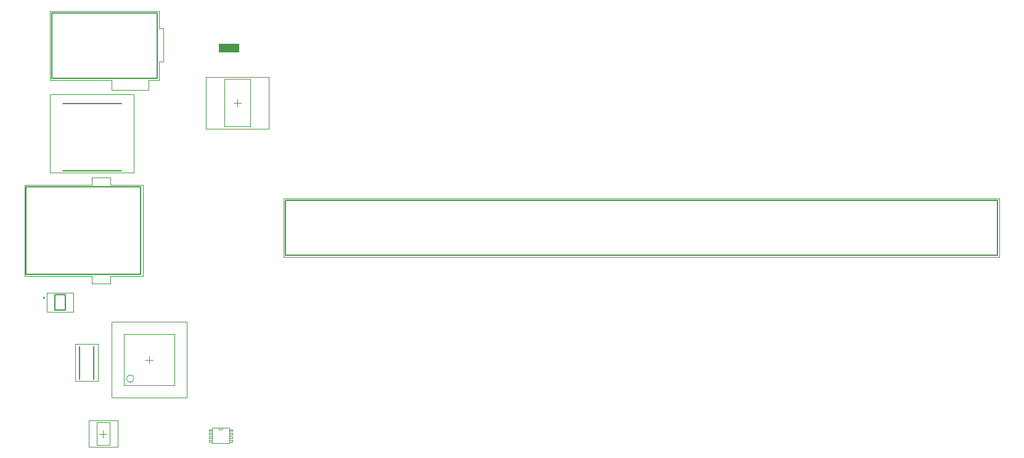
<source format=gbo>
G04*
G04 #@! TF.GenerationSoftware,Altium Limited,Altium Designer,19.1.7 (138)*
G04*
G04 Layer_Color=32896*
%FSAX43Y43*%
%MOMM*%
G71*
G01*
G75*
%ADD14C,0.200*%
%ADD15C,0.000*%
%ADD16C,0.127*%
%ADD17C,0.100*%
%ADD19C,0.050*%
G36*
X0055029Y0093056D02*
X0057829D01*
Y0091856D01*
X0055029D01*
Y0093056D01*
D02*
G37*
D14*
X0031112Y0058181D02*
G03*
X0031112Y0058181I-0000100J0000000D01*
G01*
D02*
G03*
X0031112Y0058181I-0000100J0000000D01*
G01*
D15*
X0054967Y0040284D02*
G03*
X0055577Y0040284I0000305J0000000D01*
G01*
X0054967D02*
G03*
X0055577Y0040284I0000305J0000000D01*
G01*
X0054078Y0038202D02*
Y0040284D01*
X0054967D01*
X0055577D01*
X0056466D01*
Y0038202D02*
Y0040284D01*
X0054078Y0038202D02*
X0056466D01*
Y0040107D02*
X0056872D01*
Y0039878D02*
Y0040107D01*
X0056466Y0039878D02*
X0056872D01*
X0056466D02*
Y0040107D01*
Y0039624D02*
X0056872D01*
Y0039370D02*
Y0039624D01*
X0056466Y0039370D02*
X0056872D01*
X0056466D02*
Y0039624D01*
Y0039116D02*
X0056872D01*
Y0038862D02*
Y0039116D01*
X0056466Y0038862D02*
X0056872D01*
X0056466D02*
Y0039116D01*
Y0038608D02*
X0056872D01*
Y0038379D02*
Y0038608D01*
X0056466Y0038379D02*
X0056872D01*
X0056466D02*
Y0038608D01*
X0053672Y0038379D02*
X0054078D01*
X0053672D02*
Y0038608D01*
X0054078D01*
Y0038379D02*
Y0038608D01*
X0053672Y0038862D02*
X0054078D01*
X0053672D02*
Y0039116D01*
X0054078D01*
Y0038862D02*
Y0039116D01*
X0053672Y0039370D02*
X0054078D01*
X0053672D02*
Y0039624D01*
X0054078D01*
Y0039370D02*
Y0039624D01*
X0053672Y0039878D02*
X0054078D01*
X0053672D02*
Y0040107D01*
X0054078D01*
Y0039878D02*
Y0040107D01*
Y0038202D02*
Y0040284D01*
X0054967D01*
X0055577D01*
X0056466D01*
Y0038202D02*
Y0040284D01*
X0054078Y0038202D02*
X0056466D01*
Y0040107D02*
X0056872D01*
Y0039878D02*
Y0040107D01*
X0056466Y0039878D02*
X0056872D01*
X0056466D02*
Y0040107D01*
Y0039624D02*
X0056872D01*
Y0039370D02*
Y0039624D01*
X0056466Y0039370D02*
X0056872D01*
X0056466D02*
Y0039624D01*
Y0039116D02*
X0056872D01*
Y0038862D02*
Y0039116D01*
X0056466Y0038862D02*
X0056872D01*
X0056466D02*
Y0039116D01*
Y0038608D02*
X0056872D01*
Y0038379D02*
Y0038608D01*
X0056466Y0038379D02*
X0056872D01*
X0056466D02*
Y0038608D01*
X0053672Y0038379D02*
X0054078D01*
X0053672D02*
Y0038608D01*
X0054078D01*
Y0038379D02*
Y0038608D01*
X0053672Y0038862D02*
X0054078D01*
X0053672D02*
Y0039116D01*
X0054078D01*
Y0038862D02*
Y0039116D01*
X0053672Y0039370D02*
X0054078D01*
X0053672D02*
Y0039624D01*
X0054078D01*
Y0039370D02*
Y0039624D01*
X0053672Y0039878D02*
X0054078D01*
X0053672D02*
Y0040107D01*
X0054078D01*
Y0039878D02*
Y0040107D01*
D16*
X0055629Y0092056D02*
X0057229D01*
X0055629Y0092856D02*
X0057229D01*
X0055629Y0092056D02*
Y0092856D01*
X0057229Y0092056D02*
Y0092856D01*
X0055629Y0092056D02*
X0057229D01*
X0055629Y0092856D02*
X0057229D01*
X0055629Y0092056D02*
Y0092856D01*
X0057229Y0092056D02*
Y0092856D01*
X0032099Y0088338D02*
X0046499D01*
X0032099D02*
Y0097338D01*
X0046499D01*
Y0088338D02*
Y0097338D01*
X0032099Y0088338D02*
X0046499D01*
X0032099D02*
Y0097338D01*
X0046499D01*
Y0088338D02*
Y0097338D01*
X0033592Y0084836D02*
X0041592D01*
X0033592Y0075626D02*
X0041592D01*
X0033592Y0084836D02*
X0041592D01*
X0033592Y0075626D02*
X0041592D01*
X0032512Y0056451D02*
Y0058611D01*
Y0056451D02*
X0033912D01*
Y0058611D01*
X0032512D02*
X0033912D01*
X0032512Y0056451D02*
Y0058611D01*
Y0056451D02*
X0033912D01*
Y0058611D01*
X0032512D02*
X0033912D01*
X0037830Y0047026D02*
Y0051526D01*
X0035830Y0047026D02*
Y0051526D01*
X0037830Y0047026D02*
Y0051526D01*
X0035830Y0047026D02*
Y0051526D01*
X0161925Y0063987D02*
Y0071527D01*
X0064135D02*
X0161925D01*
X0064135Y0063987D02*
Y0071527D01*
Y0063987D02*
X0161925D01*
Y0071527D01*
X0064135D02*
X0161925D01*
X0064135Y0063987D02*
Y0071527D01*
Y0063987D02*
X0161925D01*
X0044249Y0061402D02*
Y0073432D01*
X0028539Y0061402D02*
X0044249D01*
X0028539Y0073432D02*
X0044249D01*
X0028539Y0061402D02*
Y0073432D01*
X0044249Y0061402D02*
Y0073432D01*
X0028539Y0061402D02*
X0044249D01*
X0028539Y0073432D02*
X0044249D01*
X0028539Y0061402D02*
Y0073432D01*
D17*
X0043338Y0047071D02*
G03*
X0043338Y0047071I-0000500J0000000D01*
G01*
X0048938Y0046171D02*
Y0053171D01*
X0041938Y0046171D02*
Y0053171D01*
X0048938D01*
X0041938Y0046171D02*
X0048938D01*
X0055779Y0088238D02*
X0059329D01*
X0055779Y0081688D02*
X0059329D01*
X0055779D02*
Y0088238D01*
X0059329Y0081688D02*
Y0088238D01*
X0038216Y0037947D02*
Y0041047D01*
X0040016Y0037947D02*
Y0041047D01*
X0038216D02*
X0040016D01*
X0038216Y0037947D02*
X0040016D01*
X0044938Y0049671D02*
X0045938D01*
X0045438Y0049171D02*
Y0050171D01*
X0057554Y0084463D02*
Y0085463D01*
X0057054Y0084963D02*
X0058054D01*
X0038616Y0039497D02*
X0039616D01*
X0039116Y0038997D02*
Y0039997D01*
D19*
X0045349Y0088088D02*
X0046799D01*
X0045349Y0086738D02*
Y0088088D01*
X0040249Y0086738D02*
X0045349D01*
X0040249D02*
Y0088088D01*
X0031799D02*
X0040249D01*
X0031799D02*
Y0097588D01*
X0046799D01*
Y0095188D02*
Y0097588D01*
Y0088088D02*
Y0090588D01*
X0047349D01*
Y0095188D01*
X0046799D02*
X0047349D01*
X0031842Y0086086D02*
X0043342D01*
Y0075336D02*
Y0086086D01*
X0031842Y0075336D02*
X0043342D01*
X0031842D02*
Y0086086D01*
X0050638Y0044471D02*
Y0054871D01*
X0040238Y0044471D02*
Y0054871D01*
X0050638D01*
X0040238Y0044471D02*
X0050638D01*
X0053229Y0088513D02*
X0061879D01*
X0053229Y0081413D02*
X0061879D01*
X0053229D02*
Y0088513D01*
X0061879Y0081413D02*
Y0088513D01*
X0037116Y0037697D02*
Y0041297D01*
X0041116Y0037697D02*
Y0041297D01*
X0037116D02*
X0041116D01*
X0037116Y0037697D02*
X0041116D01*
X0038380Y0046726D02*
Y0051826D01*
X0035280Y0046726D02*
X0038380D01*
X0035280D02*
Y0051826D01*
X0038380D01*
X0162180Y0063737D02*
Y0071777D01*
X0063880D02*
X0162180D01*
X0063880Y0063737D02*
Y0071777D01*
Y0063737D02*
X0162180D01*
X0040069Y0073667D02*
X0044569D01*
X0040069D02*
Y0074667D01*
X0037569D02*
X0040069D01*
X0037569Y0073667D02*
Y0074667D01*
X0028319Y0073667D02*
X0037569D01*
X0028319Y0061167D02*
Y0073667D01*
Y0061167D02*
X0037569D01*
Y0060167D02*
Y0061167D01*
Y0060167D02*
X0040069D01*
Y0061167D01*
X0044569D01*
Y0073667D01*
X0031402Y0058861D02*
X0035022D01*
Y0056201D02*
Y0058861D01*
X0031402Y0056201D02*
X0035022D01*
X0031402D02*
Y0058861D01*
M02*

</source>
